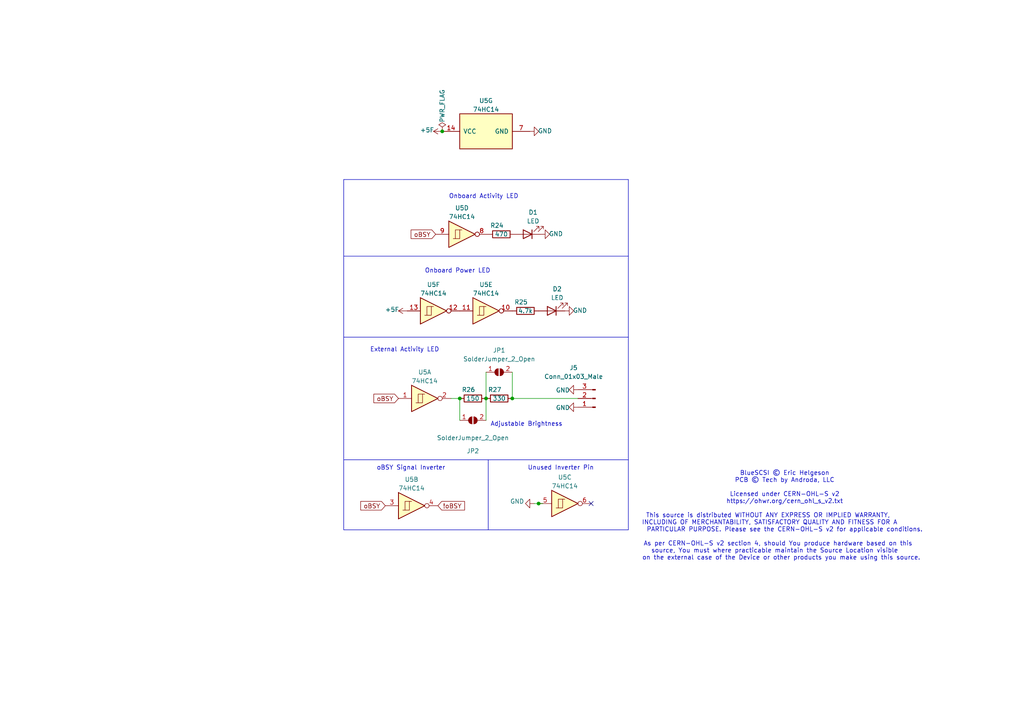
<source format=kicad_sch>
(kicad_sch (version 20231120) (generator "eeschema") (generator_version "8.0")
  (paper "A4")
  (title_block (title "BlueSCSI V2, Desktop 50 Pin, Top Connector, 2023.10a") (date "October 2023") (rev "1") (company "Tech by Androda, LLC"))
  (lib_symbols
    (symbol "74xx:74HC14" (pin_names (offset 1.016))
      (property "Reference" "U" (at 0 1.27 0))
      (property "Value" "74HC14" (at 0 -1.27 0))
      (symbol "74HC14_1_0"
        (polyline (pts (xy -3.81 3.81) (xy -3.81 -3.81) (xy 3.81 0) (xy -3.81 3.81)) (stroke (width 0.254)) (fill (type background)))
        (pin input line (at -7.62 0 0) (length 3.81) (name "~") (number "1"))
        (pin output inverted (at 7.62 0 180) (length 3.81) (name "~") (number "2"))
      )
      (symbol "74HC14_1_1"
        (polyline (pts (xy -1.905 -1.27) (xy -1.905 1.27) (xy -0.635 1.27)))
        (polyline (pts (xy -2.54 -1.27) (xy -0.635 -1.27) (xy -0.635 1.27) (xy 0 1.27)))
      )
      (symbol "74HC14_2_0"
        (polyline (pts (xy -3.81 3.81) (xy -3.81 -3.81) (xy 3.81 0) (xy -3.81 3.81)) (stroke (width 0.254)) (fill (type background)))
        (pin input line (at -7.62 0 0) (length 3.81) (name "~") (number "3"))
        (pin output inverted (at 7.62 0 180) (length 3.81) (name "~") (number "4"))
      )
      (symbol "74HC14_2_1"
        (polyline (pts (xy -1.905 -1.27) (xy -1.905 1.27) (xy -0.635 1.27)))
        (polyline (pts (xy -2.54 -1.27) (xy -0.635 -1.27) (xy -0.635 1.27) (xy 0 1.27)))
      )
      (symbol "74HC14_3_0"
        (polyline (pts (xy -3.81 3.81) (xy -3.81 -3.81) (xy 3.81 0) (xy -3.81 3.81)) (stroke (width 0.254)) (fill (type background)))
        (pin input line (at -7.62 0 0) (length 3.81) (name "~") (number "5"))
        (pin output inverted (at 7.62 0 180) (length 3.81) (name "~") (number "6"))
      )
      (symbol "74HC14_3_1"
        (polyline (pts (xy -1.905 -1.27) (xy -1.905 1.27) (xy -0.635 1.27)))
        (polyline (pts (xy -2.54 -1.27) (xy -0.635 -1.27) (xy -0.635 1.27) (xy 0 1.27)))
      )
      (symbol "74HC14_4_0"
        (polyline (pts (xy -3.81 3.81) (xy -3.81 -3.81) (xy 3.81 0) (xy -3.81 3.81)) (stroke (width 0.254)) (fill (type background)))
        (pin output inverted (at 7.62 0 180) (length 3.81) (name "~") (number "8"))
        (pin input line (at -7.62 0 0) (length 3.81) (name "~") (number "9"))
      )
      (symbol "74HC14_4_1"
        (polyline (pts (xy -1.905 -1.27) (xy -1.905 1.27) (xy -0.635 1.27)))
        (polyline (pts (xy -2.54 -1.27) (xy -0.635 -1.27) (xy -0.635 1.27) (xy 0 1.27)))
      )
      (symbol "74HC14_5_0"
        (polyline (pts (xy -3.81 3.81) (xy -3.81 -3.81) (xy 3.81 0) (xy -3.81 3.81)) (stroke (width 0.254)) (fill (type background)))
        (pin output inverted (at 7.62 0 180) (length 3.81) (name "~") (number "10"))
        (pin input line (at -7.62 0 0) (length 3.81) (name "~") (number "11"))
      )
      (symbol "74HC14_5_1"
        (polyline (pts (xy -1.905 -1.27) (xy -1.905 1.27) (xy -0.635 1.27)))
        (polyline (pts (xy -2.54 -1.27) (xy -0.635 -1.27) (xy -0.635 1.27) (xy 0 1.27)))
      )
      (symbol "74HC14_6_0"
        (polyline (pts (xy -3.81 3.81) (xy -3.81 -3.81) (xy 3.81 0) (xy -3.81 3.81)) (stroke (width 0.254)) (fill (type background)))
        (pin output inverted (at 7.62 0 180) (length 3.81) (name "~") (number "12"))
        (pin input line (at -7.62 0 0) (length 3.81) (name "~") (number "13"))
      )
      (symbol "74HC14_6_1"
        (polyline (pts (xy -1.905 -1.27) (xy -1.905 1.27) (xy -0.635 1.27)))
        (polyline (pts (xy -2.54 -1.27) (xy -0.635 -1.27) (xy -0.635 1.27) (xy 0 1.27)))
      )
      (symbol "74HC14_7_0"
        (pin power_in line (at 0 12.7 270) (length 5.08) (name "VCC") (number "14"))
        (pin power_in line (at 0 -12.7 90) (length 5.08) (name "GND") (number "7"))
      )
      (symbol "74HC14_7_1"
        (rectangle (start -5.08 7.62) (end 5.08 -7.62) (stroke (width 0.254)) (fill (type background)))
      )
    )
    (symbol "Connector:Conn_01x03_Male" (pin_names (offset 1.016) hide)
      (property "Reference" "J" (at 0 5.08 0))
      (property "Value" "Conn_01x03_Male" (at 0 -5.08 0))
      (symbol "Conn_01x03_Male_1_1"
        (polyline (pts (xy 1.27 -2.54) (xy 0.8636 -2.54)) (stroke (width 0.1524)))
        (polyline (pts (xy 1.27 0) (xy 0.8636 0)) (stroke (width 0.1524)))
        (polyline (pts (xy 1.27 2.54) (xy 0.8636 2.54)) (stroke (width 0.1524)))
        (rectangle (start 0.8636 -2.413) (end 0 -2.667) (stroke (width 0.1524)) (fill (type outline)))
        (rectangle (start 0.8636 0.127) (end 0 -0.127) (stroke (width 0.1524)) (fill (type outline)))
        (rectangle (start 0.8636 2.667) (end 0 2.413) (stroke (width 0.1524)) (fill (type outline)))
        (pin passive line (at 5.08 2.54 180) (length 3.81) (name "Pin_1") (number "1"))
        (pin passive line (at 5.08 0 180) (length 3.81) (name "Pin_2") (number "2"))
        (pin passive line (at 5.08 -2.54 180) (length 3.81) (name "Pin_3") (number "3"))
      )
    )
    (symbol "Device:LED" (pin_numbers hide) (pin_names (offset 1.016) hide)
      (property "Reference" "D" (at 0 2.54 0))
      (property "Value" "LED" (at 0 -2.54 0))
      (symbol "LED_0_1"
        (polyline (pts (xy -1.27 -1.27) (xy -1.27 1.27)) (stroke (width 0.254)))
        (polyline (pts (xy -1.27 0) (xy 1.27 0)))
        (polyline (pts (xy 1.27 -1.27) (xy 1.27 1.27) (xy -1.27 0) (xy 1.27 -1.27)) (stroke (width 0.254)))
        (polyline (pts (xy -3.048 -0.762) (xy -4.572 -2.286) (xy -3.81 -2.286) (xy -4.572 -2.286) (xy -4.572 -1.524)))
        (polyline (pts (xy -1.778 -0.762) (xy -3.302 -2.286) (xy -2.54 -2.286) (xy -3.302 -2.286) (xy -3.302 -1.524)))
      )
      (symbol "LED_1_1"
        (pin passive line (at -3.81 0 0) (length 2.54) (name "K") (number "1"))
        (pin passive line (at 3.81 0 180) (length 2.54) (name "A") (number "2"))
      )
    )
    (symbol "Device:R" (pin_numbers hide) (pin_names (offset 0))
      (property "Reference" "R" (at 2.032 0 90))
      (property "Value" "R" (at 0 0 90))
      (symbol "R_0_1"
        (rectangle (start -1.016 -2.54) (end 1.016 2.54) (stroke (width 0.254)))
      )
      (symbol "R_1_1"
        (pin passive line (at 0 3.81 270) (length 1.27) (name "~") (number "1"))
        (pin passive line (at 0 -3.81 90) (length 1.27) (name "~") (number "2"))
      )
    )
    (symbol "Jumper:SolderJumper_2_Open" (pin_names (offset 0) hide)
      (property "Reference" "JP" (at 0 2.032 0))
      (property "Value" "SolderJumper_2_Open" (at 0 -2.54 0))
      (symbol "SolderJumper_2_Open_0_1"
        (arc (start -0.254 1.016) (mid -1.2656 0) (end -0.254 -1.016))
        (arc (start -0.254 1.016) (mid -1.2656 0) (end -0.254 -1.016) (fill (type outline)))
        (polyline (pts (xy -0.254 1.016) (xy -0.254 -1.016)))
        (polyline (pts (xy 0.254 1.016) (xy 0.254 -1.016)))
        (arc (start 0.254 -1.016) (mid 1.2656 0) (end 0.254 1.016))
        (arc (start 0.254 -1.016) (mid 1.2656 0) (end 0.254 1.016) (fill (type outline)))
      )
      (symbol "SolderJumper_2_Open_1_1"
        (pin passive line (at -3.81 0 0) (length 2.54) (name "A") (number "1"))
        (pin passive line (at 3.81 0 180) (length 2.54) (name "B") (number "2"))
      )
    )
    (symbol "power:+5F" (power) (pin_names (offset 0))
      (property "Value" "+5F" (at 0 3.556 0))
      (symbol "+5F_0_1"
        (polyline (pts (xy -0.762 1.27) (xy 0 2.54)))
        (polyline (pts (xy 0 0) (xy 0 2.54)))
        (polyline (pts (xy 0 2.54) (xy 0.762 1.27)))
      )
      (symbol "+5F_1_1"
        (pin power_in line (at 0 0 90) (length 0) hide (name "+5F") (number "1"))
      )
    )
    (symbol "power:GND" (power) (pin_names (offset 0))
      (property "Value" "GND" (at 0 -3.81 0))
      (symbol "GND_0_1"
        (polyline (pts (xy 0 0) (xy 0 -1.27) (xy 1.27 -1.27) (xy 0 -2.54) (xy -1.27 -1.27) (xy 0 -1.27)))
      )
      (symbol "GND_1_1"
        (pin power_in line (at 0 0 270) (length 0) hide (name "GND") (number "1"))
      )
    )
    (symbol "power:PWR_FLAG" (power) (pin_numbers hide) (pin_names (offset 0) hide)
      (property "Value" "PWR_FLAG" (at 0 3.81 0))
      (symbol "PWR_FLAG_0_0"
        (pin power_out line (at 0 0 90) (length 0) (name "~") (number "1"))
      )
      (symbol "PWR_FLAG_0_1"
        (polyline (pts (xy 0 0) (xy 0 1.27) (xy -1.016 1.905) (xy 0 2.54) (xy 1.016 1.905) (xy 0 1.27)))
      )
    )
  )
  (junction (at 156.21 146.05))
  (junction (at 140.97 115.57))
  (junction (at 128.27 38.1))
  (junction (at 148.59 115.57))
  (junction (at 133.35 115.57))
  (no_connect (at 171.45 146.05))
  (polyline (pts (xy 182.245 97.79) (xy 99.695 97.79)))
  (polyline (pts (xy 182.245 133.35) (xy 182.245 97.79)))
  (wire (pts (xy 156.21 146.05) (xy 154.94 146.05)))
  (wire (pts (xy 148.59 115.57) (xy 167.64 115.57)))
  (wire (pts (xy 140.97 107.95) (xy 140.97 115.57)))
  (polyline (pts (xy 182.245 52.07) (xy 182.245 74.295)))
  (wire (pts (xy 130.81 115.57) (xy 133.35 115.57)))
  (polyline (pts (xy 99.695 52.07) (xy 99.695 153.67)))
  (polyline (pts (xy 182.245 97.79) (xy 182.245 74.295)))
  (wire (pts (xy 156.21 146.05) (xy 157.48 146.05)))
  (polyline (pts (xy 99.695 52.07) (xy 182.245 52.07)))
  (polyline (pts (xy 99.695 133.35) (xy 182.245 133.35)))
  (wire (pts (xy 148.59 107.95) (xy 148.59 115.57)))
  (wire (pts (xy 140.97 115.57) (xy 140.97 121.92)))
  (polyline (pts (xy 182.245 153.67) (xy 182.245 133.35)))
  (polyline (pts (xy 141.605 133.35) (xy 141.605 153.67)))
  (wire (pts (xy 133.35 115.57) (xy 133.35 121.92)))
  (polyline (pts (xy 99.695 153.67) (xy 182.245 153.67)))
  (polyline (pts (xy 182.245 74.295) (xy 99.695 74.295)))
  (text "Onboard Power LED" (at 123.19 79.375 0) (effects (font (size 1.27 1.27)) (justify left bottom)))
  (text "Unused Inverter Pin" (at 153.035 136.525 0) (effects (font (size 1.27 1.27)) (justify left bottom)))
  (text "oBSY Signal Inverter" (at 109.22 136.525 0) (effects (font (size 1.27 1.27)) (justify left bottom)))
  (text "Onboard Activity LED" (at 130.175 57.785 0) (effects (font (size 1.27 1.27)) (justify left bottom)))
  (text "BlueSCSI © Eric Helgeson\nPCB © Tech by Androda, LLC\n\nLicensed under CERN-OHL-S v2\nhttps://ohwr.org/cern_ohl_s_v2.txt\n\nThis source is distributed WITHOUT ANY EXPRESS OR IMPLIED WARRANTY,          \nINCLUDING OF MERCHANTABILITY, SATISFACTORY QUALITY AND FITNESS FOR A         \nPARTICULAR PURPOSE. Please see the CERN-OHL-S v2 for applicable conditions.\n\nAs per CERN-OHL-S v2 section 4, should You produce hardware based on this    \nsource, You must where practicable maintain the Source Location visible      \non the external case of the Device or other products you make using this source.  \n" (at 227.584 149.606 0) (effects (font (size 1.27 1.27))))
  (text "Adjustable Brightness" (at 142.24 123.825 0) (effects (font (size 1.27 1.27)) (justify left bottom)))
  (text "External Activity LED" (at 107.315 102.235 0) (effects (font (size 1.27 1.27)) (justify left bottom)))
  (global_label "oBSY" (shape input) (at 126.365 67.945 180) (property "Intersheetrefs" "${INTERSHEET_REFS}" (effects (hide yes))))
  (global_label "!oBSY" (shape input) (at 127 146.685 0) (property "Intersheetrefs" "${INTERSHEET_REFS}" (effects (hide yes))))
  (global_label "oBSY" (shape input) (at 111.76 146.685 180) (property "Intersheetrefs" "${INTERSHEET_REFS}" (effects (hide yes))))
  (global_label "oBSY" (shape input) (at 115.57 115.57 180) (property "Intersheetrefs" "${INTERSHEET_REFS}" (effects (hide yes))))
  (symbol (lib_id "Device:R") (at 144.78 115.57 90) (unit 1)
    (property "Reference" "R27" (at 143.51 113.03 90))
    (property "Value" "330" (at 144.78 115.57 90))
    (property "Footprint" "Resistor_SMD:R_0402_1005Metric" (effects (hide yes)))
  )
  (symbol (lib_id "power:GND") (at 153.67 38.1 90) (unit 1)
    (property "Reference" "#PWR036" (effects (hide yes)))
    (property "Value" "GND" (at 158.0642 37.973 90))
  )
  (symbol (lib_id "Device:R") (at 137.16 115.57 90) (unit 1)
    (property "Reference" "R26" (at 135.89 113.03 90))
    (property "Value" "150" (at 137.16 115.57 90))
    (property "Footprint" "Resistor_SMD:R_0402_1005Metric" (effects (hide yes)))
  )
  (symbol (lib_id "74xx:74HC14") (at 133.985 67.945 0) (unit 4)
    (property "Reference" "U5" (at 133.985 60.325 0))
    (property "Value" "74HC14" (at 133.985 62.865 0))
    (property "Footprint" "Package_SO:SOIC-14_3.9x8.7mm_P1.27mm" (effects (hide yes)))
    (property "Datasheet" "http://www.ti.com/lit/gpn/sn74HC14" (effects (hide yes)))
    (property "LCSC" "C5605" (effects (hide yes)))
  )
  (symbol (lib_id "74xx:74HC14") (at 163.83 146.05 0) (unit 3)
    (property "Reference" "U5" (at 163.83 138.43 0))
    (property "Value" "74HC14" (at 163.83 140.97 0))
    (property "Footprint" "Package_SO:SOIC-14_3.9x8.7mm_P1.27mm" (effects (hide yes)))
    (property "Datasheet" "http://www.ti.com/lit/gpn/sn74HC14" (effects (hide yes)))
    (property "LCSC" "C5605" (effects (hide yes)))
  )
  (symbol (lib_id "Jumper:SolderJumper_2_Open") (at 137.16 121.92 0) (unit 1)
    (property "Reference" "JP2" (at 137.16 130.81 0))
    (property "Value" "SolderJumper_2_Open" (at 137.16 127 0))
    (property "Footprint" "Jumper:SolderJumper-2_P1.3mm_Open_RoundedPad1.0x1.5mm" (effects (hide yes)))
  )
  (symbol (lib_id "Jumper:SolderJumper_2_Open") (at 144.78 107.95 0) (unit 1)
    (property "Reference" "JP1" (at 144.78 101.6 0))
    (property "Value" "SolderJumper_2_Open" (at 144.78 104.14 0))
    (property "Footprint" "Jumper:SolderJumper-2_P1.3mm_Open_RoundedPad1.0x1.5mm" (effects (hide yes)))
  )
  (symbol (lib_id "power:GND") (at 167.64 118.11 270) (unit 1)
    (property "Reference" "#PWR041" (effects (hide yes)))
    (property "Value" "GND" (at 163.2458 118.237 90))
  )
  (symbol (lib_id "74xx:74HC14") (at 125.73 90.17 0) (unit 6)
    (property "Reference" "U5" (at 125.73 82.55 0))
    (property "Value" "74HC14" (at 125.73 85.09 0))
    (property "Footprint" "Package_SO:SOIC-14_3.9x8.7mm_P1.27mm" (effects (hide yes)))
    (property "Datasheet" "http://www.ti.com/lit/gpn/sn74HC14" (effects (hide yes)))
    (property "LCSC" "C5605" (effects (hide yes)))
  )
  (symbol (lib_id "Device:R") (at 152.4 90.17 90) (unit 1)
    (property "Reference" "R25" (at 151.13 87.63 90))
    (property "Value" "4.7k" (at 152.4 90.17 90))
    (property "Footprint" "Resistor_SMD:R_0603_1608Metric" (effects (hide yes)))
  )
  (symbol (lib_id "power:+5F") (at 128.27 38.1 90) (unit 1)
    (property "Reference" "#PWR035" (effects (hide yes)))
    (property "Value" "+5F" (at 123.8758 37.719 90))
  )
  (symbol (lib_id "power:GND") (at 163.83 90.17 90) (unit 1)
    (property "Reference" "#PWR039" (effects (hide yes)))
    (property "Value" "GND" (at 168.2242 90.043 90))
  )
  (symbol (lib_id "74xx:74HC14") (at 123.19 115.57 0) (unit 1)
    (property "Reference" "U5" (at 123.19 107.95 0))
    (property "Value" "74HC14" (at 123.19 110.49 0))
    (property "Footprint" "Package_SO:SOIC-14_3.9x8.7mm_P1.27mm" (effects (hide yes)))
    (property "Datasheet" "http://www.ti.com/lit/gpn/sn74HC14" (effects (hide yes)))
    (property "LCSC" "C5605" (effects (hide yes)))
  )
  (symbol (lib_id "74xx:74HC14") (at 140.97 38.1 90) (unit 7)
    (property "Reference" "U5" (at 140.97 29.21 90))
    (property "Value" "74HC14" (at 140.97 31.75 90))
    (property "Footprint" "Package_SO:SOIC-14_3.9x8.7mm_P1.27mm" (effects (hide yes)))
    (property "Datasheet" "http://www.ti.com/lit/gpn/sn74HC14" (effects (hide yes)))
    (property "LCSC" "C5605" (effects (hide yes)))
  )
  (symbol (lib_id "Device:LED") (at 153.035 67.945 180) (unit 1)
    (property "Reference" "D1" (at 154.6225 61.595 0))
    (property "Value" "LED" (at 154.6225 64.135 0))
    (property "Footprint" "LED_SMD:LED_0603_1608Metric_Pad1.05x0.95mm_HandSolder" (effects (hide yes)))
  )
  (symbol (lib_id "power:GND") (at 154.94 146.05 270) (unit 1)
    (property "Reference" "#PWR042" (effects (hide yes)))
    (property "Value" "GND" (at 149.987 145.415 90))
  )
  (symbol (lib_id "74xx:74HC14") (at 119.38 146.685 0) (unit 2)
    (property "Reference" "U5" (at 119.38 139.065 0))
    (property "Value" "74HC14" (at 119.38 141.605 0))
    (property "Footprint" "Package_SO:SOIC-14_3.9x8.7mm_P1.27mm" (effects (hide yes)))
    (property "Datasheet" "http://www.ti.com/lit/gpn/sn74HC14" (effects (hide yes)))
    (property "LCSC" "C5605" (effects (hide yes)))
  )
  (symbol (lib_id "Device:LED") (at 160.02 90.17 180) (unit 1)
    (property "Reference" "D2" (at 161.6075 83.82 0))
    (property "Value" "LED" (at 161.6075 86.36 0))
    (property "Footprint" "LED_SMD:LED_0603_1608Metric_Pad1.05x0.95mm_HandSolder" (effects (hide yes)))
  )
  (symbol (lib_id "Device:R") (at 145.415 67.945 90) (unit 1)
    (property "Reference" "R24" (at 144.145 65.405 90))
    (property "Value" "470" (at 145.415 67.945 90))
    (property "Footprint" "Resistor_SMD:R_0402_1005Metric" (effects (hide yes)))
  )
  (symbol (lib_id "Connector:Conn_01x03_Male") (at 172.72 115.57 180) (unit 1)
    (property "Reference" "J5" (at 166.37 106.68 0))
    (property "Value" "Conn_01x03_Male" (at 166.37 109.22 0))
    (property "Footprint" "Connector_PinHeader_2.54mm:PinHeader_1x03_P2.54mm_Vertical" (effects (hide yes)))
  )
  (symbol (lib_id "power:PWR_FLAG") (at 128.27 38.1 0) (unit 1)
    (property "Reference" "#FLG06" (effects (hide yes)))
    (property "Value" "PWR_FLAG" (at 128.27 30.734 90))
    (property "Description" "Special symbol for telling ERC where power comes from" (effects (hide yes)))
  )
  (symbol (lib_id "power:+5F") (at 118.11 90.17 90) (unit 1)
    (property "Reference" "#PWR038" (effects (hide yes)))
    (property "Value" "+5F" (at 113.7158 89.789 90))
  )
  (symbol (lib_id "power:GND") (at 156.845 67.945 90) (unit 1)
    (property "Reference" "#PWR037" (effects (hide yes)))
    (property "Value" "GND" (at 161.2392 67.818 90))
  )
  (symbol (lib_id "74xx:74HC14") (at 140.97 90.17 0) (unit 5)
    (property "Reference" "U5" (at 140.97 82.55 0))
    (property "Value" "74HC14" (at 140.97 85.09 0))
    (property "Footprint" "Package_SO:SOIC-14_3.9x8.7mm_P1.27mm" (effects (hide yes)))
    (property "Datasheet" "http://www.ti.com/lit/gpn/sn74HC14" (effects (hide yes)))
    (property "LCSC" "C5605" (effects (hide yes)))
  )
  (symbol (lib_id "power:GND") (at 167.64 113.03 270) (unit 1)
    (property "Reference" "#PWR040" (effects (hide yes)))
    (property "Value" "GND" (at 163.2458 113.157 90))
  )
)
</source>
